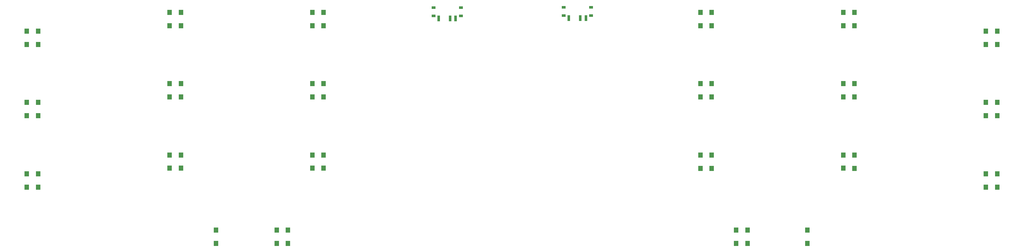
<source format=gbr>
%TF.GenerationSoftware,KiCad,Pcbnew,8.0.3*%
%TF.CreationDate,2024-08-02T01:30:14+01:00*%
%TF.ProjectId,corne-light-ice-trackball,636f726e-652d-46c6-9967-68742d696365,1.0*%
%TF.SameCoordinates,Original*%
%TF.FileFunction,Paste,Bot*%
%TF.FilePolarity,Positive*%
%FSLAX46Y46*%
G04 Gerber Fmt 4.6, Leading zero omitted, Abs format (unit mm)*
G04 Created by KiCad (PCBNEW 8.0.3) date 2024-08-02 01:30:14*
%MOMM*%
%LPD*%
G01*
G04 APERTURE LIST*
%ADD10R,1.300000X1.400000*%
%ADD11R,0.700000X1.500000*%
%ADD12R,1.000000X0.800000*%
G04 APERTURE END LIST*
D10*
%TO.C,D34*%
X213623000Y5990068D03*
X213623000Y9540068D03*
%TD*%
%TO.C,D36*%
X175623000Y10990068D03*
X175623000Y14540068D03*
%TD*%
%TO.C,D37*%
X172623000Y10995068D03*
X172623000Y14545068D03*
%TD*%
%TO.C,D38*%
X137623000Y10990068D03*
X137623000Y14540068D03*
%TD*%
%TO.C,D39*%
X134623000Y10990068D03*
X134623000Y14540068D03*
%TD*%
%TO.C,D40*%
X163123000Y-9019932D03*
X163123000Y-5469932D03*
%TD*%
%TO.C,D41*%
X147133000Y-9004932D03*
X147133000Y-5454932D03*
%TD*%
%TO.C,D42*%
X144133000Y-9004932D03*
X144133000Y-5454932D03*
%TD*%
%TO.C,D22*%
X213623000Y43990068D03*
X213623000Y47540068D03*
%TD*%
%TO.C,D23*%
X210623000Y43990068D03*
X210623000Y47540068D03*
%TD*%
%TO.C,D24*%
X175623000Y48990068D03*
X175623000Y52540068D03*
%TD*%
%TO.C,D25*%
X172623000Y48995068D03*
X172623000Y52545068D03*
%TD*%
%TO.C,D26*%
X137623000Y48990068D03*
X137623000Y52540068D03*
%TD*%
%TO.C,D27*%
X134623000Y48990068D03*
X134623000Y52540068D03*
%TD*%
%TO.C,D28*%
X213623000Y24990068D03*
X213623000Y28540068D03*
%TD*%
%TO.C,D29*%
X210623000Y24990068D03*
X210623000Y28540068D03*
%TD*%
%TO.C,D30*%
X175623000Y29990068D03*
X175623000Y33540068D03*
%TD*%
%TO.C,D31*%
X172623000Y29995068D03*
X172623000Y33545068D03*
%TD*%
%TO.C,D32*%
X137623000Y29990068D03*
X137623000Y33540068D03*
%TD*%
%TO.C,D14*%
X-41652000Y5990500D03*
X-41652000Y9540500D03*
%TD*%
%TO.C,D8*%
X-41652000Y24990500D03*
X-41652000Y28540500D03*
%TD*%
%TO.C,D2*%
X-41652000Y43990500D03*
X-41652000Y47540500D03*
%TD*%
%TO.C,D33*%
X134623000Y29990068D03*
X134623000Y33540068D03*
%TD*%
%TO.C,D21*%
X24848000Y-8994500D03*
X24848000Y-5444500D03*
%TD*%
%TO.C,D20*%
X21848000Y-8994500D03*
X21848000Y-5444500D03*
%TD*%
%TO.C,D19*%
X5668000Y-8999500D03*
X5668000Y-5449500D03*
%TD*%
%TO.C,D18*%
X34348000Y10990500D03*
X34348000Y14540500D03*
%TD*%
%TO.C,D17*%
X31348000Y10990500D03*
X31348000Y14540500D03*
%TD*%
%TO.C,D16*%
X-3652000Y10995500D03*
X-3652000Y14545500D03*
%TD*%
%TO.C,D15*%
X-6652000Y10990500D03*
X-6652000Y14540500D03*
%TD*%
%TO.C,D13*%
X-44652000Y5993625D03*
X-44652000Y9543625D03*
%TD*%
%TO.C,D12*%
X34348000Y29990500D03*
X34348000Y33540500D03*
%TD*%
%TO.C,D11*%
X31348000Y29990500D03*
X31348000Y33540500D03*
%TD*%
%TO.C,D10*%
X-3652000Y29995500D03*
X-3652000Y33545500D03*
%TD*%
%TO.C,D9*%
X-6652000Y29990500D03*
X-6652000Y33540500D03*
%TD*%
%TO.C,D7*%
X-44652000Y24993625D03*
X-44652000Y28543625D03*
%TD*%
%TO.C,D6*%
X34348000Y48990500D03*
X34348000Y52540500D03*
%TD*%
%TO.C,D5*%
X31348000Y48990500D03*
X31348000Y52540500D03*
%TD*%
%TO.C,D4*%
X-3652000Y48995500D03*
X-3652000Y52545500D03*
%TD*%
%TO.C,D3*%
X-6652000Y48990500D03*
X-6652000Y52540500D03*
%TD*%
%TO.C,D1*%
X-44652000Y43993625D03*
X-44652000Y47543625D03*
%TD*%
%TO.C,D35*%
X210623000Y5990068D03*
X210623000Y9540068D03*
%TD*%
D11*
%TO.C,PSW2*%
X99623000Y50990500D03*
X102623000Y50990500D03*
X104123000Y50990500D03*
D12*
X98223000Y53840500D03*
X98223000Y51640500D03*
X105523000Y51640500D03*
X105523000Y53840500D03*
%TD*%
D11*
%TO.C,PSW2*%
X64973000Y50930500D03*
X67973000Y50930500D03*
X69473000Y50930500D03*
D12*
X63573000Y53780500D03*
X63573000Y51580500D03*
X70873000Y51580500D03*
X70873000Y53780500D03*
%TD*%
M02*

</source>
